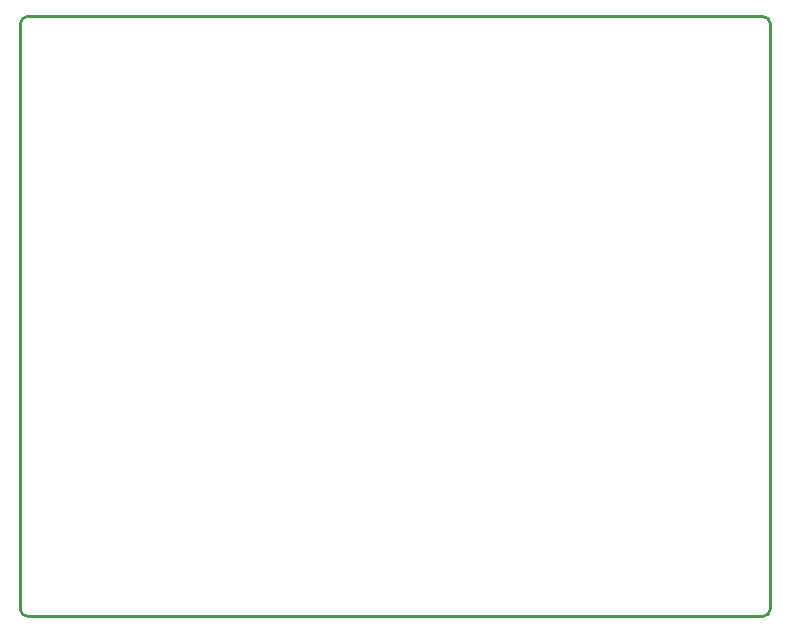
<source format=gko>
G04 ================== begin FILE IDENTIFICATION RECORD ==================*
G04 Layout Name:  SLEEPTRACK2_PHASE3_v2.brd*
G04 Film Name:    Sleeptrack2_Phase_3_Board_Outline_V2*
G04 File Format:  Gerber RS274X*
G04 File Origin:  Cadence Allegro 17.0-P009*
G04 Origin Date:  Sat Oct 29 00:03:52 2016*
G04 *
G04 Layer:  BOARD GEOMETRY/OUTLINE*
G04 *
G04 Offset:    (0.00 0.00)*
G04 Mirror:    No*
G04 Mode:      Positive*
G04 Rotation:  0*
G04 FullContactRelief:  No*
G04 UndefLineWidth:     10.00*
G04 ================== end FILE IDENTIFICATION RECORD ====================*
%FSLAX25Y25*MOIN*%
%IR0*IPPOS*OFA0.00000B0.00000*MIA0B0*SFA1.00000B1.00000*%
%ADD10C,.01*%
G75*
%LPD*%
G75*
G54D10*
G01X-125000Y122500D02*
Y-72500D01*
G03X-122500Y-75000I2500J0D01*
G01D02*
X122500D01*
G03X125000Y-72500I0J2500D01*
G01Y122500D01*
G03X122500Y125000I-2500J0D01*
G01X-122500D01*
G03X-125000Y122500I0J-2500D01*
M02*

</source>
